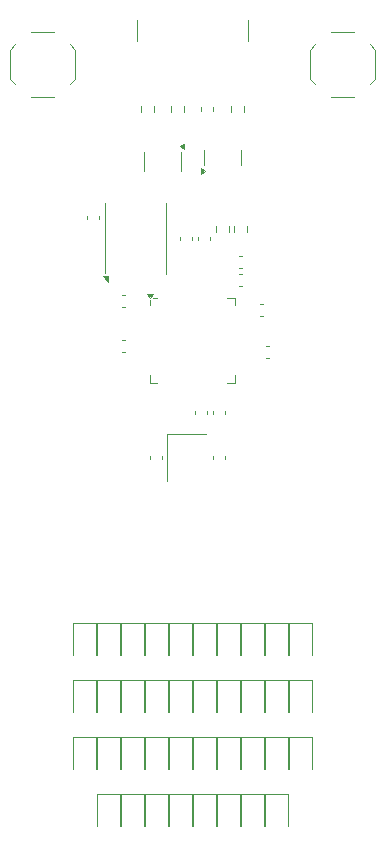
<source format=gbr>
%TF.GenerationSoftware,KiCad,Pcbnew,9.0.0*%
%TF.CreationDate,2025-05-01T21:08:40+03:00*%
%TF.ProjectId,cyberia,63796265-7269-4612-9e6b-696361645f70,v1.0.0*%
%TF.SameCoordinates,Original*%
%TF.FileFunction,Legend,Top*%
%TF.FilePolarity,Positive*%
%FSLAX46Y46*%
G04 Gerber Fmt 4.6, Leading zero omitted, Abs format (unit mm)*
G04 Created by KiCad (PCBNEW 9.0.0) date 2025-05-01 21:08:40*
%MOMM*%
%LPD*%
G01*
G04 APERTURE LIST*
%ADD10C,0.120000*%
G04 APERTURE END LIST*
D10*
%TO.C,D4*%
X203144001Y-116062005D02*
X203143999Y-113377007D01*
X201223993Y-113377001D02*
X201223999Y-116062001D01*
X203143999Y-113377007D02*
X201223993Y-113377001D01*
%TO.C,D13*%
X197048001Y-116062005D02*
X197047999Y-113377007D01*
X195127993Y-113377001D02*
X195127999Y-116062005D01*
X197047999Y-113377007D02*
X195127993Y-113377001D01*
%TO.C,D10*%
X199080001Y-116062005D02*
X199079999Y-113377007D01*
X197159993Y-113377001D02*
X197159999Y-116062005D01*
X199079999Y-113377007D02*
X197159993Y-113377001D01*
%TO.C,D7*%
X201112001Y-116062005D02*
X201111999Y-113377007D01*
X199191993Y-113377001D02*
X199191999Y-116062005D01*
X201111999Y-113377007D02*
X199191993Y-113377001D01*
%TO.C,C1*%
X207123420Y-83817996D02*
X207404578Y-83817996D01*
X207123420Y-84837998D02*
X207404578Y-84837998D01*
%TO.C,FB1*%
X206487498Y-69612740D02*
X206487498Y-70087256D01*
X207532498Y-69612740D02*
X207532498Y-70087256D01*
%TO.C,R1*%
X205217499Y-79772738D02*
X205217499Y-80247254D01*
X206262499Y-79772738D02*
X206262499Y-80247254D01*
%TO.C,C7*%
X203451999Y-95363419D02*
X203451999Y-95644577D01*
X204472001Y-95363419D02*
X204472001Y-95644577D01*
%TO.C,C5*%
X208901421Y-86357997D02*
X209182579Y-86357997D01*
X208901421Y-87377999D02*
X209182579Y-87377999D01*
%TO.C,C10*%
X202181999Y-80912578D02*
X202181999Y-80631420D01*
X203202001Y-80912578D02*
X203202001Y-80631420D01*
%TO.C,C11*%
X204975999Y-95363419D02*
X204975999Y-95644577D01*
X205996001Y-95363419D02*
X205996001Y-95644577D01*
%TO.C,U4*%
X195780002Y-83731997D02*
X195780002Y-77771997D01*
X201000002Y-83771997D02*
X201000002Y-77771997D01*
X196080002Y-84451997D02*
X195600000Y-83971998D01*
X196080002Y-83971997D01*
X196080002Y-84451997D01*
G36*
X196080002Y-84451997D02*
G01*
X195600000Y-83971998D01*
X196080002Y-83971997D01*
X196080002Y-84451997D01*
G37*
%TO.C,F1*%
X203959998Y-69687221D02*
X203959997Y-70012779D01*
X204980001Y-69687221D02*
X204980000Y-70012779D01*
%TO.C,C4*%
X209409421Y-89913999D02*
X209690579Y-89913999D01*
X209409421Y-90934001D02*
X209690579Y-90934001D01*
%TO.C,C6*%
X197498579Y-89405997D02*
X197217421Y-89405997D01*
X197498579Y-90425999D02*
X197217421Y-90425999D01*
%TO.C,U3*%
X199100000Y-74294999D02*
X199100000Y-73494999D01*
X199100000Y-74294999D02*
X199100000Y-75094999D01*
X202220000Y-74294999D02*
X202220000Y-73494999D01*
X202220000Y-74294999D02*
X202220000Y-75094999D01*
X202500000Y-73234999D02*
X202170000Y-72994999D01*
X202499998Y-72755000D01*
X202500000Y-73234999D01*
G36*
X202500000Y-73234999D02*
G01*
X202170000Y-72994999D01*
X202499998Y-72755000D01*
X202500000Y-73234999D01*
G37*
%TO.C,C13*%
X199642000Y-99173419D02*
X199642000Y-99454577D01*
X200662002Y-99173419D02*
X200662002Y-99454577D01*
%TO.C,U2*%
X204180000Y-73914000D02*
X204180000Y-73263998D01*
X204180000Y-73914000D02*
X204180000Y-74564004D01*
X207300000Y-73914000D02*
X207300000Y-73263996D01*
X207300000Y-73914000D02*
X207300000Y-74564002D01*
X204230001Y-75076501D02*
X203900000Y-75316499D01*
X203900000Y-74836499D01*
X204230001Y-75076501D01*
G36*
X204230001Y-75076501D02*
G01*
X203900000Y-75316499D01*
X203900000Y-74836499D01*
X204230001Y-75076501D01*
G37*
%TO.C,R4*%
X201407498Y-69612741D02*
X201407498Y-70087257D01*
X202452498Y-69612741D02*
X202452498Y-70087257D01*
%TO.C,R2*%
X206741503Y-79772740D02*
X206741503Y-80247256D01*
X207786503Y-79772740D02*
X207786503Y-80247256D01*
%TO.C,R3*%
X198867498Y-69612740D02*
X198867498Y-70087256D01*
X199912498Y-69612740D02*
X199912498Y-70087256D01*
%TO.C,J1*%
X198529998Y-62329997D02*
X198529998Y-64029997D01*
X207869998Y-62329997D02*
X207869998Y-64029997D01*
%TO.C,U1*%
X199590000Y-93018001D02*
X199590001Y-92368000D01*
X199590003Y-86447999D02*
X199590000Y-86038000D01*
X200239999Y-93017997D02*
X199590000Y-93018001D01*
X200240000Y-85798001D02*
X199890001Y-85797999D01*
X206160000Y-93017999D02*
X206810001Y-93018000D01*
X206160001Y-85798003D02*
X206810000Y-85797999D01*
X206810000Y-85797999D02*
X206809999Y-86448000D01*
X206810001Y-93018000D02*
X206809997Y-92368001D01*
X199589999Y-85798000D02*
X199350000Y-85468001D01*
X199829999Y-85468000D01*
X199589999Y-85798000D01*
G36*
X199589999Y-85798000D02*
G01*
X199350000Y-85468001D01*
X199829999Y-85468000D01*
X199589999Y-85798000D01*
G37*
%TO.C,C2*%
X203706000Y-80912576D02*
X203706000Y-80631418D01*
X204726002Y-80912576D02*
X204726002Y-80631418D01*
%TO.C,SW39*%
X213150000Y-64790003D02*
X213150000Y-67289997D01*
X213600000Y-64340000D02*
X213150000Y-64790003D01*
X213600000Y-67740000D02*
X213150000Y-67289997D01*
X216900000Y-63290000D02*
X214900000Y-63290000D01*
X216900000Y-68790000D02*
X214900000Y-68790000D01*
X218200000Y-64340000D02*
X218650000Y-64790003D01*
X218200000Y-67740000D02*
X218650000Y-67289997D01*
X218650000Y-64790003D02*
X218650000Y-67289997D01*
%TO.C,C9*%
X207123422Y-82293999D02*
X207404580Y-82293999D01*
X207123422Y-83314001D02*
X207404580Y-83314001D01*
%TO.C,C14*%
X194307999Y-78853418D02*
X194307999Y-79134576D01*
X195328001Y-78853418D02*
X195328001Y-79134576D01*
%TO.C,C3*%
X197498579Y-85595995D02*
X197217421Y-85595995D01*
X197498579Y-86615997D02*
X197217421Y-86615997D01*
%TO.C,SW40*%
X187750000Y-67289997D02*
X187750000Y-64790003D01*
X188200000Y-64340000D02*
X187750000Y-64790003D01*
X188200000Y-67740000D02*
X187750000Y-67289997D01*
X189500000Y-63290000D02*
X191500000Y-63290000D01*
X189500000Y-68790000D02*
X191500000Y-68790000D01*
X192800000Y-64340000D02*
X193250000Y-64790003D01*
X192800000Y-67740000D02*
X193250000Y-67289997D01*
X193250000Y-67289997D02*
X193250000Y-64790003D01*
%TO.C,Y1*%
X201041999Y-97313998D02*
X201041999Y-101313998D01*
X204342001Y-97313998D02*
X201041999Y-97313998D01*
%TO.C,C12*%
X204975999Y-99454577D02*
X204975999Y-99173419D01*
X205996001Y-99454577D02*
X205996001Y-99173419D01*
%TO.C,D12*%
X197048001Y-120888005D02*
X197047999Y-118203007D01*
X195127993Y-118203001D02*
X195127999Y-120888005D01*
X197047999Y-118203007D02*
X195127993Y-118203001D01*
%TO.C,D20*%
X209351993Y-127854996D02*
X209352001Y-130540000D01*
X211272001Y-127855008D02*
X209351993Y-127854996D01*
X211272000Y-130540002D02*
X211272001Y-127855008D01*
%TO.C,D32*%
X209351993Y-113377002D02*
X209352001Y-116062000D01*
X211272001Y-113377008D02*
X209351993Y-113377002D01*
X211272003Y-116062004D02*
X211272001Y-113377008D01*
%TO.C,D11*%
X197047999Y-123029007D02*
X195127993Y-123029001D01*
X195127993Y-123029001D02*
X195127999Y-125714005D01*
X197048001Y-125714005D02*
X197047999Y-123029007D01*
%TO.C,D21*%
X203255993Y-123028996D02*
X203256001Y-125714000D01*
X205176001Y-123029008D02*
X203255993Y-123028996D01*
X205176000Y-125714002D02*
X205176001Y-123029008D01*
%TO.C,D22*%
X203255993Y-118202996D02*
X203256001Y-120888000D01*
X205176001Y-118203008D02*
X203255993Y-118202996D01*
X205176000Y-120888002D02*
X205176001Y-118203008D01*
%TO.C,D31*%
X209351993Y-118203002D02*
X209352001Y-120888000D01*
X211272001Y-118203008D02*
X209351993Y-118203002D01*
X211272003Y-120888004D02*
X211272001Y-118203008D01*
%TO.C,D24*%
X205287993Y-123029002D02*
X205288001Y-125714000D01*
X207208001Y-123029008D02*
X205287993Y-123029002D01*
X207208003Y-125714004D02*
X207208001Y-123029008D01*
%TO.C,D30*%
X209351993Y-123029002D02*
X209352001Y-125714000D01*
X211272001Y-123029008D02*
X209351993Y-123029002D01*
X211272003Y-125714004D02*
X211272001Y-123029008D01*
%TO.C,D2*%
X203143999Y-123029007D02*
X201223993Y-123029001D01*
X201223993Y-123029001D02*
X201223999Y-125714001D01*
X203144001Y-125714005D02*
X203143999Y-123029007D01*
%TO.C,D23*%
X203255993Y-113376996D02*
X203256001Y-116062000D01*
X205176001Y-113377008D02*
X203255993Y-113376996D01*
X205176000Y-116062002D02*
X205176001Y-113377008D01*
%TO.C,D27*%
X207319993Y-123029002D02*
X207320001Y-125714000D01*
X209240001Y-123029008D02*
X207319993Y-123029002D01*
X209240003Y-125714004D02*
X209240001Y-123029008D01*
%TO.C,D3*%
X203144001Y-120888005D02*
X203143999Y-118203007D01*
X201223993Y-118203001D02*
X201223999Y-120888001D01*
X203143999Y-118203007D02*
X201223993Y-118203001D01*
%TO.C,D6*%
X201112001Y-120888005D02*
X201111999Y-118203007D01*
X199191993Y-118203001D02*
X199191999Y-120888005D01*
X201111999Y-118203007D02*
X199191993Y-118203001D01*
%TO.C,D29*%
X207319993Y-113377002D02*
X207320001Y-116062000D01*
X209240001Y-113377008D02*
X207319993Y-113377002D01*
X209240003Y-116062004D02*
X209240001Y-113377008D01*
%TO.C,D14*%
X195015999Y-123029007D02*
X193095993Y-123029001D01*
X193095993Y-123029001D02*
X193095999Y-125714005D01*
X195016001Y-125714005D02*
X195015999Y-123029007D01*
%TO.C,D33*%
X211383993Y-123029002D02*
X211384001Y-125714000D01*
X213304001Y-123029008D02*
X211383993Y-123029002D01*
X213304003Y-125714004D02*
X213304001Y-123029008D01*
%TO.C,D34*%
X211383993Y-118203002D02*
X211384001Y-120888000D01*
X213304001Y-118203008D02*
X211383993Y-118203002D01*
X213304003Y-120888004D02*
X213304001Y-118203008D01*
%TO.C,D38*%
X203255993Y-127855002D02*
X203256001Y-130540000D01*
X205176001Y-127855008D02*
X203255993Y-127855002D01*
X205176003Y-130540004D02*
X205176001Y-127855008D01*
%TO.C,D8*%
X199079999Y-123029007D02*
X197159993Y-123029001D01*
X197159993Y-123029001D02*
X197159999Y-125714005D01*
X199080001Y-125714005D02*
X199079999Y-123029007D01*
%TO.C,D1*%
X197047999Y-127855007D02*
X195127993Y-127855001D01*
X195127993Y-127855001D02*
X195127999Y-130540001D01*
X197048001Y-130540005D02*
X197047999Y-127855007D01*
%TO.C,D15*%
X195016001Y-120888005D02*
X195015999Y-118203007D01*
X193095993Y-118203001D02*
X193095999Y-120888005D01*
X195015999Y-118203007D02*
X193095993Y-118203001D01*
%TO.C,D16*%
X195015999Y-113377007D02*
X193095993Y-113377001D01*
X193095993Y-113377001D02*
X193095999Y-116062005D01*
X195016001Y-116062005D02*
X195015999Y-113377007D01*
%TO.C,D25*%
X205287993Y-118203002D02*
X205288001Y-120888000D01*
X207208001Y-118203008D02*
X205287993Y-118203002D01*
X207208003Y-120888004D02*
X207208001Y-118203008D01*
%TO.C,D18*%
X201112001Y-130540005D02*
X201111999Y-127855007D01*
X199191993Y-127855001D02*
X199191998Y-130540004D01*
X201111999Y-127855007D02*
X199191993Y-127855001D01*
%TO.C,D26*%
X205287993Y-113377002D02*
X205288001Y-116062000D01*
X207208001Y-113377008D02*
X205287993Y-113377002D01*
X207208003Y-116062004D02*
X207208001Y-113377008D01*
%TO.C,D5*%
X201111999Y-123029007D02*
X199191993Y-123029001D01*
X199191993Y-123029001D02*
X199191999Y-125714005D01*
X201112001Y-125714005D02*
X201111999Y-123029007D01*
%TO.C,D17*%
X199079999Y-127855007D02*
X197159993Y-127855001D01*
X197159993Y-127855001D02*
X197159999Y-130540005D01*
X199080001Y-130540005D02*
X199079999Y-127855007D01*
%TO.C,D28*%
X207319996Y-118202999D02*
X207320004Y-120887998D01*
X209239999Y-118203003D02*
X207319996Y-118202999D01*
X209240000Y-120888003D02*
X209239999Y-118203003D01*
%TO.C,D36*%
X207319993Y-127855002D02*
X207320001Y-130540000D01*
X209240001Y-127855008D02*
X207319993Y-127855002D01*
X209240003Y-130540004D02*
X209240001Y-127855008D01*
%TO.C,D9*%
X199080001Y-120888005D02*
X199079999Y-118203007D01*
X197159993Y-118203001D02*
X197159999Y-120888005D01*
X199079999Y-118203007D02*
X197159993Y-118203001D01*
%TO.C,D19*%
X203144001Y-127855008D02*
X201223993Y-127855001D01*
X201223993Y-127855001D02*
X201224001Y-130540002D01*
X203144001Y-130540005D02*
X203144001Y-127855008D01*
%TO.C,D35*%
X211383993Y-113377002D02*
X211384001Y-116062000D01*
X213304001Y-113377008D02*
X211383993Y-113377002D01*
X213304003Y-116062004D02*
X213304001Y-113377008D01*
%TO.C,D37*%
X205287995Y-127855007D02*
X205288001Y-130540004D01*
X207208001Y-127855008D02*
X205287995Y-127855007D01*
X207208004Y-130540003D02*
X207208001Y-127855008D01*
%TD*%
M02*

</source>
